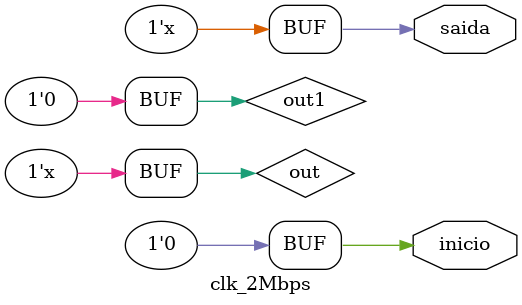
<source format=v>
module clk_2Mbps (saida, inicio);

	     output wire saida;
		 output wire inicio;
	     reg out;
		 reg out1;

    assign saida = out;
	 assign inicio = out1;

initial
begin
    out = 0;
	 out1 = 1;
end
always
begin
   #250 out = ~out;
	out1 = 0;
end
endmodule
</source>
